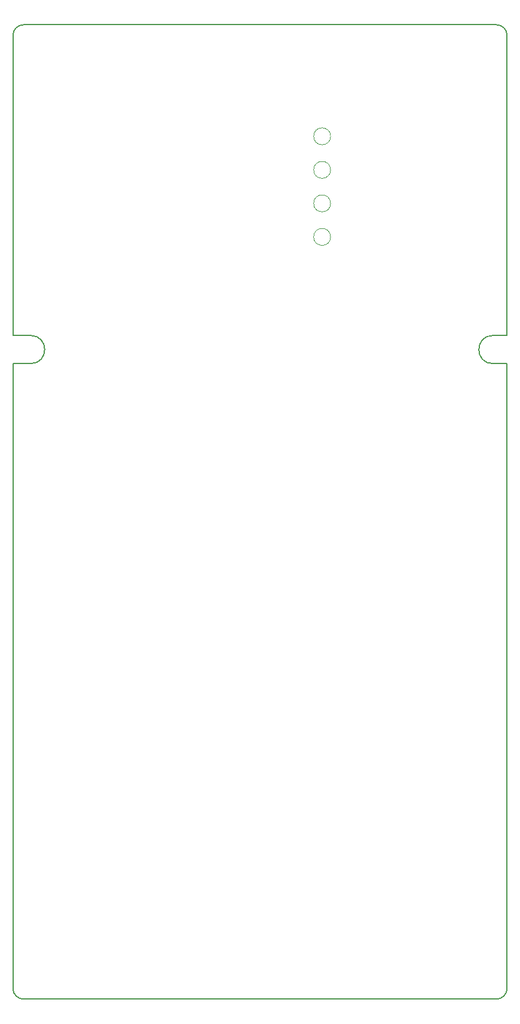
<source format=gbr>
%TF.GenerationSoftware,KiCad,Pcbnew,8.0.1*%
%TF.CreationDate,2024-04-23T17:34:02+02:00*%
%TF.ProjectId,DM50,444d3530-2e6b-4696-9361-645f70636258,rev?*%
%TF.SameCoordinates,Original*%
%TF.FileFunction,Profile,NP*%
%FSLAX46Y46*%
G04 Gerber Fmt 4.6, Leading zero omitted, Abs format (unit mm)*
G04 Created by KiCad (PCBNEW 8.0.1) date 2024-04-23 17:34:02*
%MOMM*%
%LPD*%
G01*
G04 APERTURE LIST*
%TA.AperFunction,Profile*%
%ADD10C,0.050000*%
%TD*%
%TA.AperFunction,Profile*%
%ADD11C,0.150000*%
%TD*%
G04 APERTURE END LIST*
D10*
X94000000Y-57800000D02*
G75*
G02*
X91600000Y-57800000I-1200000J0D01*
G01*
X91600000Y-57800000D02*
G75*
G02*
X94000000Y-57800000I1200000J0D01*
G01*
D11*
X117000000Y-76500000D02*
X119000000Y-76500000D01*
X50500000Y-170500000D02*
G75*
G02*
X49000000Y-169000000I0J1500000D01*
G01*
D10*
X94000000Y-48300000D02*
G75*
G02*
X91600000Y-48300000I-1200000J0D01*
G01*
X91600000Y-48300000D02*
G75*
G02*
X94000000Y-48300000I1200000J0D01*
G01*
D11*
X49000000Y-76500000D02*
X49000000Y-34000000D01*
X51500000Y-80500000D02*
X49000000Y-80500000D01*
X49000000Y-34000000D02*
G75*
G02*
X50500000Y-32500000I1500000J0D01*
G01*
X117000000Y-80500000D02*
G75*
G02*
X117000000Y-76500000I0J2000000D01*
G01*
X50500000Y-32500000D02*
X117500000Y-32500000D01*
X51500000Y-76500000D02*
G75*
G02*
X51500000Y-80500000I0J-2000000D01*
G01*
X119000000Y-169000000D02*
G75*
G02*
X117500000Y-170500000I-1500000J0D01*
G01*
X51500000Y-76500000D02*
X49000000Y-76500000D01*
X117500000Y-170500000D02*
X50500000Y-170500000D01*
X119000000Y-34000000D02*
X119000000Y-76500000D01*
D10*
X94000000Y-62550000D02*
G75*
G02*
X91600000Y-62550000I-1200000J0D01*
G01*
X91600000Y-62550000D02*
G75*
G02*
X94000000Y-62550000I1200000J0D01*
G01*
D11*
X119000000Y-80500000D02*
X119000000Y-169000000D01*
X117000000Y-80500000D02*
X119000000Y-80500000D01*
X49000000Y-80500000D02*
X49000000Y-169000000D01*
D10*
X94000000Y-53050000D02*
G75*
G02*
X91600000Y-53050000I-1200000J0D01*
G01*
X91600000Y-53050000D02*
G75*
G02*
X94000000Y-53050000I1200000J0D01*
G01*
D11*
X117500000Y-32500000D02*
G75*
G02*
X119000000Y-34000000I0J-1500000D01*
G01*
M02*

</source>
